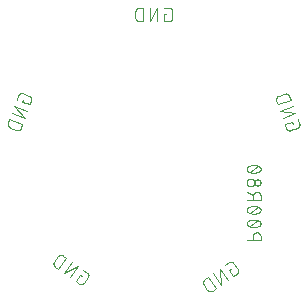
<source format=gbr>
G04 EAGLE Gerber RS-274X export*
G75*
%MOMM*%
%FSLAX34Y34*%
%LPD*%
%INSilkscreen Bottom*%
%IPPOS*%
%AMOC8*
5,1,8,0,0,1.08239X$1,22.5*%
G01*
%ADD10C,0.101600*%


D10*
X357094Y466149D02*
X355146Y466149D01*
X355146Y459658D01*
X359041Y459658D01*
X359140Y459660D01*
X359240Y459666D01*
X359339Y459675D01*
X359437Y459688D01*
X359535Y459705D01*
X359633Y459726D01*
X359729Y459751D01*
X359824Y459779D01*
X359918Y459811D01*
X360011Y459846D01*
X360103Y459885D01*
X360193Y459928D01*
X360281Y459973D01*
X360368Y460023D01*
X360452Y460075D01*
X360535Y460131D01*
X360615Y460189D01*
X360693Y460251D01*
X360768Y460316D01*
X360841Y460384D01*
X360911Y460454D01*
X360979Y460527D01*
X361044Y460602D01*
X361106Y460680D01*
X361164Y460760D01*
X361220Y460843D01*
X361272Y460927D01*
X361322Y461014D01*
X361367Y461102D01*
X361410Y461192D01*
X361449Y461284D01*
X361484Y461377D01*
X361516Y461471D01*
X361544Y461566D01*
X361569Y461662D01*
X361590Y461760D01*
X361607Y461858D01*
X361620Y461956D01*
X361629Y462055D01*
X361635Y462155D01*
X361637Y462254D01*
X361638Y462254D02*
X361638Y468746D01*
X361637Y468746D02*
X361635Y468845D01*
X361629Y468945D01*
X361620Y469044D01*
X361607Y469142D01*
X361590Y469240D01*
X361569Y469338D01*
X361544Y469434D01*
X361516Y469529D01*
X361484Y469623D01*
X361449Y469716D01*
X361410Y469808D01*
X361367Y469898D01*
X361322Y469986D01*
X361272Y470073D01*
X361220Y470157D01*
X361164Y470240D01*
X361106Y470320D01*
X361044Y470398D01*
X360979Y470473D01*
X360911Y470546D01*
X360841Y470616D01*
X360768Y470684D01*
X360693Y470749D01*
X360615Y470811D01*
X360535Y470869D01*
X360452Y470925D01*
X360368Y470977D01*
X360281Y471027D01*
X360193Y471072D01*
X360103Y471115D01*
X360011Y471154D01*
X359918Y471189D01*
X359824Y471221D01*
X359729Y471249D01*
X359633Y471274D01*
X359535Y471295D01*
X359437Y471312D01*
X359339Y471325D01*
X359240Y471334D01*
X359140Y471340D01*
X359041Y471342D01*
X355146Y471342D01*
X349446Y471342D02*
X349446Y459658D01*
X342954Y459658D02*
X349446Y471342D01*
X342954Y471342D02*
X342954Y459658D01*
X337254Y459658D02*
X337254Y471342D01*
X334008Y471342D01*
X333895Y471340D01*
X333782Y471334D01*
X333669Y471324D01*
X333556Y471310D01*
X333444Y471293D01*
X333333Y471271D01*
X333223Y471246D01*
X333113Y471216D01*
X333005Y471183D01*
X332898Y471146D01*
X332792Y471106D01*
X332688Y471061D01*
X332585Y471013D01*
X332484Y470962D01*
X332385Y470907D01*
X332288Y470849D01*
X332193Y470787D01*
X332100Y470722D01*
X332010Y470654D01*
X331922Y470583D01*
X331836Y470508D01*
X331753Y470431D01*
X331673Y470351D01*
X331596Y470268D01*
X331521Y470182D01*
X331450Y470094D01*
X331382Y470004D01*
X331317Y469911D01*
X331255Y469816D01*
X331197Y469719D01*
X331142Y469620D01*
X331091Y469519D01*
X331043Y469416D01*
X330998Y469312D01*
X330958Y469206D01*
X330921Y469099D01*
X330888Y468991D01*
X330858Y468881D01*
X330833Y468771D01*
X330811Y468660D01*
X330794Y468548D01*
X330780Y468435D01*
X330770Y468322D01*
X330764Y468209D01*
X330762Y468096D01*
X330762Y462904D01*
X330764Y462791D01*
X330770Y462678D01*
X330780Y462565D01*
X330794Y462452D01*
X330811Y462340D01*
X330833Y462229D01*
X330858Y462119D01*
X330888Y462009D01*
X330921Y461901D01*
X330958Y461794D01*
X330998Y461688D01*
X331043Y461584D01*
X331091Y461481D01*
X331142Y461380D01*
X331197Y461281D01*
X331255Y461184D01*
X331317Y461089D01*
X331382Y460996D01*
X331450Y460906D01*
X331521Y460818D01*
X331596Y460732D01*
X331673Y460649D01*
X331753Y460569D01*
X331836Y460492D01*
X331922Y460417D01*
X332010Y460346D01*
X332100Y460278D01*
X332193Y460213D01*
X332288Y460151D01*
X332385Y460093D01*
X332484Y460038D01*
X332585Y459987D01*
X332688Y459939D01*
X332792Y459894D01*
X332898Y459854D01*
X333005Y459817D01*
X333113Y459784D01*
X333223Y459754D01*
X333333Y459729D01*
X333444Y459707D01*
X333556Y459690D01*
X333669Y459676D01*
X333782Y459666D01*
X333895Y459660D01*
X334008Y459658D01*
X337254Y459658D01*
X463370Y374915D02*
X464036Y373085D01*
X463370Y374915D02*
X457270Y372695D01*
X458602Y369035D01*
X458603Y369035D02*
X458638Y368942D01*
X458678Y368851D01*
X458720Y368761D01*
X458767Y368673D01*
X458816Y368587D01*
X458869Y368503D01*
X458925Y368420D01*
X458984Y368340D01*
X459046Y368263D01*
X459111Y368188D01*
X459179Y368115D01*
X459250Y368045D01*
X459323Y367978D01*
X459399Y367913D01*
X459477Y367852D01*
X459558Y367793D01*
X459640Y367738D01*
X459725Y367686D01*
X459812Y367637D01*
X459900Y367592D01*
X459990Y367550D01*
X460082Y367511D01*
X460175Y367476D01*
X460269Y367445D01*
X460365Y367417D01*
X460461Y367393D01*
X460559Y367372D01*
X460657Y367356D01*
X460755Y367343D01*
X460854Y367334D01*
X460954Y367329D01*
X461053Y367327D01*
X461153Y367329D01*
X461252Y367335D01*
X461351Y367345D01*
X461449Y367359D01*
X461547Y367377D01*
X461644Y367398D01*
X461741Y367423D01*
X461836Y367451D01*
X461930Y367484D01*
X461930Y367483D02*
X468030Y369703D01*
X468030Y369704D02*
X468123Y369739D01*
X468214Y369779D01*
X468304Y369821D01*
X468392Y369868D01*
X468478Y369917D01*
X468562Y369970D01*
X468645Y370026D01*
X468725Y370085D01*
X468802Y370147D01*
X468877Y370212D01*
X468950Y370280D01*
X469020Y370351D01*
X469087Y370424D01*
X469152Y370500D01*
X469213Y370578D01*
X469272Y370659D01*
X469327Y370741D01*
X469379Y370826D01*
X469428Y370913D01*
X469473Y371001D01*
X469515Y371091D01*
X469554Y371183D01*
X469589Y371276D01*
X469620Y371370D01*
X469648Y371466D01*
X469672Y371562D01*
X469693Y371660D01*
X469709Y371758D01*
X469722Y371856D01*
X469731Y371955D01*
X469736Y372055D01*
X469738Y372154D01*
X469736Y372253D01*
X469730Y372353D01*
X469720Y372452D01*
X469706Y372550D01*
X469688Y372648D01*
X469667Y372745D01*
X469642Y372842D01*
X469614Y372937D01*
X469581Y373031D01*
X469582Y373031D02*
X468250Y376691D01*
X466300Y382048D02*
X455320Y378052D01*
X453100Y384152D02*
X466300Y382048D01*
X464080Y388148D02*
X453100Y384152D01*
X451151Y389509D02*
X462130Y393505D01*
X461020Y396555D01*
X460980Y396661D01*
X460935Y396765D01*
X460887Y396868D01*
X460836Y396969D01*
X460781Y397068D01*
X460723Y397165D01*
X460661Y397260D01*
X460596Y397353D01*
X460528Y397443D01*
X460457Y397531D01*
X460382Y397617D01*
X460305Y397700D01*
X460225Y397780D01*
X460142Y397857D01*
X460056Y397932D01*
X459968Y398003D01*
X459878Y398071D01*
X459785Y398136D01*
X459690Y398198D01*
X459593Y398256D01*
X459494Y398311D01*
X459393Y398362D01*
X459290Y398410D01*
X459186Y398455D01*
X459080Y398495D01*
X458973Y398532D01*
X458865Y398565D01*
X458755Y398595D01*
X458645Y398620D01*
X458534Y398642D01*
X458422Y398659D01*
X458309Y398673D01*
X458196Y398683D01*
X458083Y398689D01*
X457970Y398691D01*
X457857Y398689D01*
X457744Y398683D01*
X457631Y398673D01*
X457518Y398659D01*
X457406Y398642D01*
X457295Y398620D01*
X457185Y398595D01*
X457075Y398565D01*
X456967Y398532D01*
X456860Y398495D01*
X456860Y398494D02*
X451980Y396718D01*
X451980Y396719D02*
X451874Y396679D01*
X451770Y396634D01*
X451667Y396586D01*
X451566Y396535D01*
X451467Y396480D01*
X451370Y396422D01*
X451275Y396360D01*
X451182Y396295D01*
X451092Y396227D01*
X451004Y396156D01*
X450918Y396081D01*
X450835Y396004D01*
X450755Y395924D01*
X450678Y395841D01*
X450603Y395755D01*
X450532Y395667D01*
X450464Y395577D01*
X450399Y395484D01*
X450337Y395389D01*
X450279Y395292D01*
X450224Y395193D01*
X450173Y395092D01*
X450125Y394989D01*
X450080Y394885D01*
X450040Y394779D01*
X450003Y394672D01*
X449970Y394564D01*
X449940Y394454D01*
X449915Y394344D01*
X449893Y394233D01*
X449876Y394121D01*
X449862Y394008D01*
X449852Y393895D01*
X449846Y393782D01*
X449844Y393669D01*
X449846Y393556D01*
X449852Y393443D01*
X449862Y393330D01*
X449876Y393217D01*
X449893Y393105D01*
X449915Y392994D01*
X449940Y392884D01*
X449970Y392774D01*
X450003Y392666D01*
X450040Y392559D01*
X450041Y392559D02*
X451151Y389509D01*
X411389Y250384D02*
X409794Y249267D01*
X413517Y243950D01*
X416708Y246184D01*
X416707Y246184D02*
X416787Y246243D01*
X416865Y246305D01*
X416941Y246369D01*
X417014Y246437D01*
X417085Y246507D01*
X417152Y246580D01*
X417217Y246655D01*
X417279Y246733D01*
X417338Y246813D01*
X417394Y246895D01*
X417447Y246980D01*
X417496Y247066D01*
X417542Y247154D01*
X417585Y247244D01*
X417624Y247335D01*
X417659Y247428D01*
X417691Y247522D01*
X417720Y247618D01*
X417744Y247714D01*
X417765Y247811D01*
X417783Y247909D01*
X417796Y248008D01*
X417806Y248107D01*
X417812Y248206D01*
X417814Y248305D01*
X417812Y248405D01*
X417807Y248504D01*
X417797Y248603D01*
X417784Y248702D01*
X417768Y248800D01*
X417747Y248897D01*
X417723Y248994D01*
X417695Y249089D01*
X417663Y249183D01*
X417628Y249276D01*
X417589Y249368D01*
X417547Y249458D01*
X417501Y249546D01*
X417452Y249633D01*
X417400Y249717D01*
X417345Y249800D01*
X413622Y255117D01*
X413563Y255197D01*
X413501Y255275D01*
X413437Y255351D01*
X413369Y255424D01*
X413299Y255495D01*
X413226Y255562D01*
X413151Y255627D01*
X413073Y255689D01*
X412993Y255748D01*
X412911Y255804D01*
X412826Y255857D01*
X412740Y255906D01*
X412652Y255952D01*
X412562Y255995D01*
X412471Y256034D01*
X412378Y256069D01*
X412284Y256101D01*
X412188Y256130D01*
X412092Y256154D01*
X411995Y256175D01*
X411897Y256193D01*
X411798Y256206D01*
X411699Y256216D01*
X411600Y256222D01*
X411501Y256224D01*
X411401Y256222D01*
X411302Y256217D01*
X411203Y256208D01*
X411104Y256194D01*
X411006Y256178D01*
X410909Y256157D01*
X410812Y256133D01*
X410717Y256105D01*
X410623Y256073D01*
X410530Y256038D01*
X410438Y255999D01*
X410348Y255957D01*
X410260Y255911D01*
X410173Y255862D01*
X410089Y255810D01*
X410006Y255755D01*
X406816Y253521D01*
X402146Y250251D02*
X408847Y240680D01*
X403530Y236957D02*
X402146Y250251D01*
X396829Y246528D02*
X403530Y236957D01*
X398860Y233687D02*
X392159Y243258D01*
X389500Y241396D01*
X389500Y241397D02*
X389409Y241330D01*
X389319Y241261D01*
X389232Y241188D01*
X389148Y241112D01*
X389067Y241033D01*
X388988Y240952D01*
X388912Y240868D01*
X388839Y240781D01*
X388770Y240692D01*
X388703Y240600D01*
X388640Y240506D01*
X388580Y240410D01*
X388523Y240312D01*
X388470Y240212D01*
X388420Y240110D01*
X388374Y240006D01*
X388332Y239901D01*
X388293Y239795D01*
X388258Y239687D01*
X388227Y239578D01*
X388199Y239468D01*
X388176Y239357D01*
X388156Y239246D01*
X388140Y239134D01*
X388128Y239021D01*
X388120Y238908D01*
X388116Y238795D01*
X388116Y238681D01*
X388120Y238568D01*
X388128Y238455D01*
X388140Y238342D01*
X388156Y238230D01*
X388176Y238119D01*
X388199Y238008D01*
X388227Y237898D01*
X388258Y237789D01*
X388293Y237681D01*
X388332Y237575D01*
X388374Y237470D01*
X388420Y237366D01*
X388470Y237264D01*
X388523Y237164D01*
X388580Y237066D01*
X388640Y236970D01*
X388703Y236876D01*
X391682Y232622D01*
X391681Y232622D02*
X391748Y232531D01*
X391817Y232441D01*
X391890Y232354D01*
X391966Y232270D01*
X392045Y232189D01*
X392126Y232110D01*
X392210Y232034D01*
X392297Y231961D01*
X392387Y231892D01*
X392478Y231825D01*
X392572Y231762D01*
X392668Y231702D01*
X392766Y231645D01*
X392866Y231592D01*
X392968Y231542D01*
X393072Y231496D01*
X393177Y231454D01*
X393283Y231415D01*
X393391Y231380D01*
X393500Y231349D01*
X393610Y231321D01*
X393721Y231298D01*
X393832Y231278D01*
X393944Y231262D01*
X394057Y231250D01*
X394170Y231242D01*
X394283Y231238D01*
X394397Y231238D01*
X394510Y231242D01*
X394623Y231250D01*
X394736Y231262D01*
X394848Y231278D01*
X394959Y231298D01*
X395070Y231321D01*
X395180Y231349D01*
X395289Y231380D01*
X395397Y231415D01*
X395503Y231454D01*
X395608Y231496D01*
X395712Y231542D01*
X395814Y231592D01*
X395914Y231645D01*
X396012Y231702D01*
X396108Y231762D01*
X396202Y231825D01*
X398860Y233687D01*
X285396Y243983D02*
X283801Y245100D01*
X280078Y239783D01*
X283268Y237549D01*
X283351Y237494D01*
X283435Y237442D01*
X283522Y237393D01*
X283610Y237347D01*
X283700Y237305D01*
X283792Y237266D01*
X283885Y237231D01*
X283979Y237199D01*
X284074Y237171D01*
X284171Y237147D01*
X284268Y237126D01*
X284366Y237110D01*
X284465Y237096D01*
X284564Y237087D01*
X284663Y237082D01*
X284763Y237080D01*
X284862Y237082D01*
X284961Y237088D01*
X285060Y237098D01*
X285159Y237111D01*
X285257Y237129D01*
X285354Y237150D01*
X285450Y237174D01*
X285546Y237203D01*
X285640Y237235D01*
X285733Y237270D01*
X285824Y237309D01*
X285914Y237352D01*
X286002Y237398D01*
X286088Y237447D01*
X286173Y237500D01*
X286255Y237556D01*
X286335Y237615D01*
X286413Y237677D01*
X286488Y237742D01*
X286561Y237809D01*
X286631Y237880D01*
X286699Y237953D01*
X286763Y238029D01*
X286825Y238107D01*
X286884Y238187D01*
X290607Y243504D01*
X290662Y243587D01*
X290714Y243671D01*
X290763Y243758D01*
X290809Y243846D01*
X290851Y243936D01*
X290890Y244028D01*
X290925Y244121D01*
X290957Y244215D01*
X290985Y244310D01*
X291009Y244407D01*
X291030Y244504D01*
X291046Y244602D01*
X291060Y244701D01*
X291069Y244800D01*
X291074Y244899D01*
X291076Y244999D01*
X291074Y245098D01*
X291068Y245197D01*
X291058Y245296D01*
X291045Y245395D01*
X291027Y245493D01*
X291006Y245590D01*
X290982Y245686D01*
X290953Y245782D01*
X290921Y245876D01*
X290886Y245969D01*
X290847Y246060D01*
X290804Y246150D01*
X290758Y246238D01*
X290709Y246324D01*
X290656Y246409D01*
X290600Y246491D01*
X290541Y246571D01*
X290479Y246649D01*
X290414Y246724D01*
X290347Y246797D01*
X290276Y246867D01*
X290203Y246935D01*
X290127Y246999D01*
X290049Y247061D01*
X289969Y247120D01*
X289970Y247120D02*
X286779Y249354D01*
X282110Y252624D02*
X275408Y243053D01*
X270091Y246776D02*
X282110Y252624D01*
X276792Y256347D02*
X270091Y246776D01*
X265421Y250046D02*
X272122Y259617D01*
X269464Y261478D01*
X269464Y261479D02*
X269370Y261542D01*
X269274Y261602D01*
X269176Y261659D01*
X269076Y261712D01*
X268974Y261762D01*
X268870Y261808D01*
X268765Y261850D01*
X268659Y261889D01*
X268551Y261924D01*
X268442Y261955D01*
X268332Y261983D01*
X268221Y262006D01*
X268110Y262026D01*
X267998Y262042D01*
X267885Y262054D01*
X267772Y262062D01*
X267659Y262066D01*
X267545Y262066D01*
X267432Y262062D01*
X267319Y262054D01*
X267206Y262042D01*
X267094Y262026D01*
X266983Y262006D01*
X266872Y261983D01*
X266762Y261955D01*
X266653Y261924D01*
X266545Y261889D01*
X266439Y261850D01*
X266334Y261808D01*
X266230Y261762D01*
X266128Y261712D01*
X266028Y261659D01*
X265930Y261602D01*
X265834Y261542D01*
X265740Y261479D01*
X265649Y261412D01*
X265559Y261343D01*
X265472Y261270D01*
X265388Y261194D01*
X265307Y261115D01*
X265228Y261034D01*
X265152Y260950D01*
X265079Y260863D01*
X265010Y260774D01*
X264943Y260682D01*
X264944Y260681D02*
X261965Y256428D01*
X261902Y256334D01*
X261842Y256238D01*
X261785Y256140D01*
X261732Y256040D01*
X261682Y255938D01*
X261636Y255834D01*
X261594Y255729D01*
X261555Y255623D01*
X261520Y255515D01*
X261489Y255406D01*
X261461Y255296D01*
X261438Y255185D01*
X261418Y255074D01*
X261402Y254962D01*
X261390Y254849D01*
X261382Y254736D01*
X261378Y254623D01*
X261378Y254509D01*
X261382Y254396D01*
X261390Y254283D01*
X261402Y254170D01*
X261418Y254058D01*
X261438Y253947D01*
X261461Y253836D01*
X261489Y253726D01*
X261520Y253617D01*
X261555Y253509D01*
X261594Y253403D01*
X261636Y253298D01*
X261682Y253194D01*
X261732Y253092D01*
X261785Y252992D01*
X261842Y252894D01*
X261902Y252798D01*
X261965Y252704D01*
X262032Y252612D01*
X262101Y252523D01*
X262174Y252436D01*
X262250Y252352D01*
X262329Y252271D01*
X262410Y252192D01*
X262494Y252116D01*
X262581Y252043D01*
X262671Y251974D01*
X262762Y251907D01*
X265421Y250046D01*
X235150Y391729D02*
X235816Y393559D01*
X235150Y391729D02*
X241250Y389509D01*
X242582Y393169D01*
X242581Y393169D02*
X242614Y393263D01*
X242642Y393358D01*
X242667Y393455D01*
X242688Y393552D01*
X242706Y393650D01*
X242720Y393748D01*
X242730Y393847D01*
X242736Y393947D01*
X242738Y394046D01*
X242736Y394145D01*
X242731Y394245D01*
X242722Y394344D01*
X242709Y394442D01*
X242693Y394540D01*
X242672Y394638D01*
X242648Y394734D01*
X242620Y394830D01*
X242589Y394924D01*
X242554Y395017D01*
X242515Y395109D01*
X242473Y395199D01*
X242428Y395287D01*
X242379Y395374D01*
X242327Y395459D01*
X242272Y395541D01*
X242213Y395622D01*
X242152Y395700D01*
X242087Y395776D01*
X242020Y395849D01*
X241950Y395920D01*
X241877Y395988D01*
X241802Y396053D01*
X241725Y396115D01*
X241645Y396174D01*
X241562Y396230D01*
X241478Y396283D01*
X241392Y396332D01*
X241304Y396379D01*
X241214Y396421D01*
X241123Y396461D01*
X241030Y396496D01*
X234930Y398716D01*
X234930Y398717D02*
X234836Y398750D01*
X234741Y398778D01*
X234644Y398803D01*
X234547Y398824D01*
X234449Y398842D01*
X234351Y398856D01*
X234252Y398866D01*
X234153Y398872D01*
X234053Y398874D01*
X233954Y398872D01*
X233854Y398867D01*
X233755Y398858D01*
X233657Y398845D01*
X233558Y398829D01*
X233461Y398808D01*
X233365Y398784D01*
X233269Y398756D01*
X233175Y398725D01*
X233081Y398690D01*
X232990Y398651D01*
X232900Y398609D01*
X232811Y398564D01*
X232724Y398515D01*
X232640Y398463D01*
X232557Y398408D01*
X232476Y398349D01*
X232398Y398288D01*
X232322Y398223D01*
X232249Y398156D01*
X232179Y398086D01*
X232111Y398013D01*
X232046Y397938D01*
X231983Y397860D01*
X231924Y397780D01*
X231868Y397698D01*
X231815Y397614D01*
X231766Y397527D01*
X231720Y397439D01*
X231677Y397349D01*
X231637Y397258D01*
X231602Y397165D01*
X230270Y393505D01*
X228320Y388148D02*
X239300Y384152D01*
X237080Y378052D02*
X228320Y388148D01*
X226100Y382048D02*
X237080Y378052D01*
X235130Y372695D02*
X224151Y376691D01*
X223041Y373641D01*
X223040Y373641D02*
X223003Y373534D01*
X222970Y373426D01*
X222940Y373316D01*
X222915Y373206D01*
X222893Y373095D01*
X222876Y372983D01*
X222862Y372870D01*
X222852Y372757D01*
X222846Y372644D01*
X222844Y372531D01*
X222846Y372418D01*
X222852Y372305D01*
X222862Y372192D01*
X222876Y372079D01*
X222893Y371967D01*
X222915Y371856D01*
X222940Y371746D01*
X222970Y371636D01*
X223003Y371528D01*
X223040Y371421D01*
X223080Y371315D01*
X223125Y371211D01*
X223173Y371108D01*
X223224Y371007D01*
X223279Y370908D01*
X223337Y370811D01*
X223399Y370716D01*
X223464Y370623D01*
X223532Y370533D01*
X223603Y370445D01*
X223678Y370359D01*
X223755Y370276D01*
X223835Y370196D01*
X223918Y370119D01*
X224004Y370044D01*
X224092Y369973D01*
X224182Y369905D01*
X224275Y369840D01*
X224370Y369778D01*
X224467Y369720D01*
X224566Y369665D01*
X224667Y369614D01*
X224770Y369566D01*
X224874Y369521D01*
X224980Y369481D01*
X229860Y367705D01*
X229860Y367706D02*
X229967Y367669D01*
X230076Y367636D01*
X230185Y367606D01*
X230295Y367581D01*
X230407Y367559D01*
X230518Y367542D01*
X230631Y367528D01*
X230744Y367518D01*
X230857Y367512D01*
X230970Y367510D01*
X231083Y367512D01*
X231196Y367518D01*
X231309Y367528D01*
X231422Y367542D01*
X231534Y367559D01*
X231645Y367581D01*
X231755Y367606D01*
X231864Y367636D01*
X231973Y367669D01*
X232080Y367706D01*
X232186Y367746D01*
X232290Y367791D01*
X232393Y367838D01*
X232493Y367890D01*
X232593Y367945D01*
X232690Y368003D01*
X232785Y368065D01*
X232877Y368130D01*
X232968Y368198D01*
X233056Y368269D01*
X233141Y368344D01*
X233224Y368421D01*
X233304Y368501D01*
X233382Y368584D01*
X233456Y368669D01*
X233527Y368757D01*
X233595Y368848D01*
X233660Y368940D01*
X233722Y369035D01*
X233780Y369133D01*
X233835Y369232D01*
X233887Y369333D01*
X233934Y369435D01*
X233979Y369539D01*
X234019Y369645D01*
X234020Y369645D02*
X235130Y372695D01*
X425061Y274588D02*
X436745Y274588D01*
X436745Y277834D01*
X436746Y277834D02*
X436744Y277947D01*
X436738Y278060D01*
X436728Y278173D01*
X436714Y278286D01*
X436697Y278398D01*
X436675Y278509D01*
X436650Y278619D01*
X436620Y278729D01*
X436587Y278837D01*
X436550Y278944D01*
X436510Y279050D01*
X436465Y279154D01*
X436417Y279257D01*
X436366Y279358D01*
X436311Y279457D01*
X436253Y279554D01*
X436191Y279649D01*
X436126Y279742D01*
X436058Y279832D01*
X435987Y279920D01*
X435912Y280006D01*
X435835Y280089D01*
X435755Y280169D01*
X435672Y280246D01*
X435586Y280321D01*
X435498Y280392D01*
X435408Y280460D01*
X435315Y280525D01*
X435220Y280587D01*
X435123Y280645D01*
X435024Y280700D01*
X434923Y280751D01*
X434820Y280799D01*
X434716Y280844D01*
X434610Y280884D01*
X434503Y280921D01*
X434395Y280954D01*
X434285Y280984D01*
X434175Y281009D01*
X434064Y281031D01*
X433952Y281048D01*
X433839Y281062D01*
X433726Y281072D01*
X433613Y281078D01*
X433500Y281080D01*
X433387Y281078D01*
X433274Y281072D01*
X433161Y281062D01*
X433048Y281048D01*
X432936Y281031D01*
X432825Y281009D01*
X432715Y280984D01*
X432605Y280954D01*
X432497Y280921D01*
X432390Y280884D01*
X432284Y280844D01*
X432180Y280799D01*
X432077Y280751D01*
X431976Y280700D01*
X431877Y280645D01*
X431780Y280587D01*
X431685Y280525D01*
X431592Y280460D01*
X431502Y280392D01*
X431414Y280321D01*
X431328Y280246D01*
X431245Y280169D01*
X431165Y280089D01*
X431088Y280006D01*
X431013Y279920D01*
X430942Y279832D01*
X430874Y279742D01*
X430809Y279649D01*
X430747Y279554D01*
X430689Y279457D01*
X430634Y279358D01*
X430583Y279257D01*
X430535Y279154D01*
X430490Y279050D01*
X430450Y278944D01*
X430413Y278837D01*
X430380Y278729D01*
X430350Y278619D01*
X430325Y278509D01*
X430303Y278398D01*
X430286Y278286D01*
X430272Y278173D01*
X430262Y278060D01*
X430256Y277947D01*
X430254Y277834D01*
X430254Y274588D01*
X430903Y285468D02*
X431133Y285471D01*
X431363Y285479D01*
X431592Y285493D01*
X431821Y285512D01*
X432050Y285537D01*
X432277Y285567D01*
X432505Y285602D01*
X432731Y285643D01*
X432956Y285689D01*
X433180Y285741D01*
X433402Y285798D01*
X433624Y285860D01*
X433843Y285928D01*
X434061Y286001D01*
X434278Y286079D01*
X434492Y286162D01*
X434704Y286250D01*
X434914Y286343D01*
X435122Y286442D01*
X435123Y286441D02*
X435213Y286474D01*
X435302Y286510D01*
X435390Y286550D01*
X435475Y286594D01*
X435559Y286641D01*
X435641Y286691D01*
X435721Y286745D01*
X435798Y286801D01*
X435874Y286861D01*
X435947Y286924D01*
X436017Y286989D01*
X436085Y287058D01*
X436149Y287129D01*
X436211Y287202D01*
X436270Y287278D01*
X436326Y287356D01*
X436379Y287437D01*
X436428Y287519D01*
X436474Y287603D01*
X436517Y287690D01*
X436556Y287777D01*
X436592Y287867D01*
X436624Y287957D01*
X436652Y288049D01*
X436677Y288142D01*
X436698Y288236D01*
X436715Y288330D01*
X436729Y288425D01*
X436738Y288521D01*
X436744Y288617D01*
X436746Y288713D01*
X436744Y288809D01*
X436738Y288905D01*
X436729Y289001D01*
X436715Y289096D01*
X436698Y289190D01*
X436677Y289284D01*
X436652Y289377D01*
X436624Y289469D01*
X436592Y289559D01*
X436556Y289649D01*
X436517Y289736D01*
X436474Y289823D01*
X436428Y289907D01*
X436379Y289989D01*
X436326Y290070D01*
X436270Y290148D01*
X436211Y290224D01*
X436149Y290297D01*
X436085Y290368D01*
X436017Y290437D01*
X435947Y290502D01*
X435874Y290565D01*
X435798Y290625D01*
X435721Y290681D01*
X435641Y290735D01*
X435559Y290785D01*
X435475Y290832D01*
X435390Y290876D01*
X435302Y290916D01*
X435213Y290952D01*
X435123Y290985D01*
X435122Y290985D02*
X434915Y291084D01*
X434705Y291177D01*
X434492Y291265D01*
X434278Y291348D01*
X434062Y291426D01*
X433844Y291499D01*
X433624Y291567D01*
X433403Y291629D01*
X433180Y291686D01*
X432956Y291738D01*
X432731Y291784D01*
X432505Y291825D01*
X432278Y291860D01*
X432050Y291890D01*
X431821Y291915D01*
X431592Y291934D01*
X431363Y291948D01*
X431133Y291956D01*
X430903Y291959D01*
X430903Y285468D02*
X430673Y285471D01*
X430443Y285479D01*
X430214Y285493D01*
X429985Y285512D01*
X429756Y285537D01*
X429528Y285567D01*
X429301Y285602D01*
X429075Y285643D01*
X428850Y285689D01*
X428626Y285741D01*
X428403Y285798D01*
X428182Y285860D01*
X427962Y285928D01*
X427744Y286001D01*
X427528Y286079D01*
X427314Y286162D01*
X427102Y286250D01*
X426891Y286343D01*
X426684Y286442D01*
X426684Y286441D02*
X426594Y286474D01*
X426505Y286510D01*
X426417Y286551D01*
X426332Y286594D01*
X426248Y286641D01*
X426166Y286691D01*
X426086Y286745D01*
X426009Y286801D01*
X425933Y286861D01*
X425860Y286924D01*
X425790Y286989D01*
X425722Y287058D01*
X425658Y287129D01*
X425596Y287202D01*
X425537Y287278D01*
X425481Y287356D01*
X425428Y287437D01*
X425379Y287519D01*
X425333Y287603D01*
X425290Y287690D01*
X425251Y287777D01*
X425215Y287867D01*
X425183Y287957D01*
X425155Y288049D01*
X425130Y288142D01*
X425109Y288236D01*
X425092Y288330D01*
X425078Y288425D01*
X425069Y288521D01*
X425063Y288617D01*
X425061Y288713D01*
X426684Y290985D02*
X426891Y291084D01*
X427102Y291177D01*
X427314Y291265D01*
X427528Y291348D01*
X427744Y291426D01*
X427962Y291499D01*
X428182Y291567D01*
X428403Y291629D01*
X428626Y291686D01*
X428850Y291738D01*
X429075Y291784D01*
X429301Y291825D01*
X429528Y291860D01*
X429756Y291890D01*
X429985Y291915D01*
X430214Y291934D01*
X430443Y291948D01*
X430673Y291956D01*
X430903Y291959D01*
X426684Y290985D02*
X426594Y290952D01*
X426505Y290916D01*
X426417Y290876D01*
X426332Y290832D01*
X426248Y290785D01*
X426166Y290735D01*
X426086Y290681D01*
X426009Y290625D01*
X425933Y290565D01*
X425860Y290502D01*
X425790Y290437D01*
X425722Y290368D01*
X425658Y290297D01*
X425596Y290224D01*
X425537Y290148D01*
X425481Y290070D01*
X425428Y289989D01*
X425379Y289907D01*
X425333Y289823D01*
X425290Y289736D01*
X425251Y289649D01*
X425215Y289559D01*
X425183Y289469D01*
X425155Y289377D01*
X425130Y289284D01*
X425109Y289190D01*
X425092Y289096D01*
X425078Y289001D01*
X425069Y288905D01*
X425063Y288809D01*
X425061Y288713D01*
X427658Y286117D02*
X434149Y291310D01*
X430903Y296898D02*
X431133Y296901D01*
X431363Y296909D01*
X431592Y296923D01*
X431821Y296942D01*
X432050Y296967D01*
X432277Y296997D01*
X432505Y297032D01*
X432731Y297073D01*
X432956Y297119D01*
X433180Y297171D01*
X433402Y297228D01*
X433624Y297290D01*
X433843Y297358D01*
X434061Y297431D01*
X434278Y297509D01*
X434492Y297592D01*
X434704Y297680D01*
X434914Y297773D01*
X435122Y297872D01*
X435123Y297871D02*
X435213Y297904D01*
X435302Y297940D01*
X435390Y297980D01*
X435475Y298024D01*
X435559Y298071D01*
X435641Y298121D01*
X435721Y298175D01*
X435798Y298231D01*
X435874Y298291D01*
X435947Y298354D01*
X436017Y298419D01*
X436085Y298488D01*
X436149Y298559D01*
X436211Y298632D01*
X436270Y298708D01*
X436326Y298786D01*
X436379Y298867D01*
X436428Y298949D01*
X436474Y299033D01*
X436517Y299120D01*
X436556Y299207D01*
X436592Y299297D01*
X436624Y299387D01*
X436652Y299479D01*
X436677Y299572D01*
X436698Y299666D01*
X436715Y299760D01*
X436729Y299855D01*
X436738Y299951D01*
X436744Y300047D01*
X436746Y300143D01*
X436744Y300239D01*
X436738Y300335D01*
X436729Y300431D01*
X436715Y300526D01*
X436698Y300620D01*
X436677Y300714D01*
X436652Y300807D01*
X436624Y300899D01*
X436592Y300989D01*
X436556Y301079D01*
X436517Y301166D01*
X436474Y301253D01*
X436428Y301337D01*
X436379Y301419D01*
X436326Y301500D01*
X436270Y301578D01*
X436211Y301654D01*
X436149Y301727D01*
X436085Y301798D01*
X436017Y301867D01*
X435947Y301932D01*
X435874Y301995D01*
X435798Y302055D01*
X435721Y302111D01*
X435641Y302165D01*
X435559Y302215D01*
X435475Y302262D01*
X435390Y302306D01*
X435302Y302346D01*
X435213Y302382D01*
X435123Y302415D01*
X435122Y302415D02*
X434915Y302514D01*
X434705Y302607D01*
X434492Y302695D01*
X434278Y302778D01*
X434062Y302856D01*
X433844Y302929D01*
X433624Y302997D01*
X433403Y303059D01*
X433180Y303116D01*
X432956Y303168D01*
X432731Y303214D01*
X432505Y303255D01*
X432278Y303290D01*
X432050Y303320D01*
X431821Y303345D01*
X431592Y303364D01*
X431363Y303378D01*
X431133Y303386D01*
X430903Y303389D01*
X430903Y296897D02*
X430673Y296900D01*
X430443Y296908D01*
X430214Y296922D01*
X429985Y296941D01*
X429756Y296966D01*
X429528Y296996D01*
X429301Y297031D01*
X429075Y297072D01*
X428850Y297118D01*
X428626Y297170D01*
X428403Y297227D01*
X428182Y297289D01*
X427962Y297357D01*
X427744Y297430D01*
X427528Y297508D01*
X427314Y297591D01*
X427102Y297679D01*
X426891Y297772D01*
X426684Y297871D01*
X426594Y297904D01*
X426505Y297940D01*
X426417Y297981D01*
X426332Y298024D01*
X426248Y298071D01*
X426166Y298121D01*
X426086Y298175D01*
X426009Y298231D01*
X425933Y298291D01*
X425860Y298354D01*
X425790Y298419D01*
X425722Y298488D01*
X425658Y298559D01*
X425596Y298632D01*
X425537Y298708D01*
X425481Y298786D01*
X425428Y298867D01*
X425379Y298949D01*
X425333Y299033D01*
X425290Y299120D01*
X425251Y299207D01*
X425215Y299297D01*
X425183Y299387D01*
X425155Y299479D01*
X425130Y299572D01*
X425109Y299666D01*
X425092Y299760D01*
X425078Y299855D01*
X425069Y299951D01*
X425063Y300047D01*
X425061Y300143D01*
X426684Y302415D02*
X426891Y302514D01*
X427102Y302607D01*
X427314Y302695D01*
X427528Y302778D01*
X427744Y302856D01*
X427962Y302929D01*
X428182Y302997D01*
X428403Y303059D01*
X428626Y303116D01*
X428850Y303168D01*
X429075Y303214D01*
X429301Y303255D01*
X429528Y303290D01*
X429756Y303320D01*
X429985Y303345D01*
X430214Y303364D01*
X430443Y303378D01*
X430673Y303386D01*
X430903Y303389D01*
X426684Y302415D02*
X426594Y302382D01*
X426505Y302346D01*
X426417Y302306D01*
X426332Y302262D01*
X426248Y302215D01*
X426166Y302165D01*
X426086Y302111D01*
X426009Y302055D01*
X425933Y301995D01*
X425860Y301932D01*
X425790Y301867D01*
X425722Y301798D01*
X425658Y301727D01*
X425596Y301654D01*
X425537Y301578D01*
X425481Y301500D01*
X425428Y301419D01*
X425379Y301337D01*
X425333Y301253D01*
X425290Y301166D01*
X425251Y301079D01*
X425215Y300989D01*
X425183Y300899D01*
X425155Y300807D01*
X425130Y300714D01*
X425109Y300620D01*
X425092Y300526D01*
X425078Y300431D01*
X425069Y300335D01*
X425063Y300239D01*
X425061Y300143D01*
X427658Y297547D02*
X434149Y302740D01*
X436745Y308782D02*
X425061Y308782D01*
X436745Y308782D02*
X436745Y312028D01*
X436746Y312028D02*
X436744Y312141D01*
X436738Y312254D01*
X436728Y312367D01*
X436714Y312480D01*
X436697Y312592D01*
X436675Y312703D01*
X436650Y312813D01*
X436620Y312923D01*
X436587Y313031D01*
X436550Y313138D01*
X436510Y313244D01*
X436465Y313348D01*
X436417Y313451D01*
X436366Y313552D01*
X436311Y313651D01*
X436253Y313748D01*
X436191Y313843D01*
X436126Y313936D01*
X436058Y314026D01*
X435987Y314114D01*
X435912Y314200D01*
X435835Y314283D01*
X435755Y314363D01*
X435672Y314440D01*
X435586Y314515D01*
X435498Y314586D01*
X435408Y314654D01*
X435315Y314719D01*
X435220Y314781D01*
X435123Y314839D01*
X435024Y314894D01*
X434923Y314945D01*
X434820Y314993D01*
X434716Y315038D01*
X434610Y315078D01*
X434503Y315115D01*
X434395Y315148D01*
X434285Y315178D01*
X434175Y315203D01*
X434064Y315225D01*
X433952Y315242D01*
X433839Y315256D01*
X433726Y315266D01*
X433613Y315272D01*
X433500Y315274D01*
X433387Y315272D01*
X433274Y315266D01*
X433161Y315256D01*
X433048Y315242D01*
X432936Y315225D01*
X432825Y315203D01*
X432715Y315178D01*
X432605Y315148D01*
X432497Y315115D01*
X432390Y315078D01*
X432284Y315038D01*
X432180Y314993D01*
X432077Y314945D01*
X431976Y314894D01*
X431877Y314839D01*
X431780Y314781D01*
X431685Y314719D01*
X431592Y314654D01*
X431502Y314586D01*
X431414Y314515D01*
X431328Y314440D01*
X431245Y314363D01*
X431165Y314283D01*
X431088Y314200D01*
X431013Y314114D01*
X430942Y314026D01*
X430874Y313936D01*
X430809Y313843D01*
X430747Y313748D01*
X430689Y313651D01*
X430634Y313552D01*
X430583Y313451D01*
X430535Y313348D01*
X430490Y313244D01*
X430450Y313138D01*
X430413Y313031D01*
X430380Y312923D01*
X430350Y312813D01*
X430325Y312703D01*
X430303Y312592D01*
X430286Y312480D01*
X430272Y312367D01*
X430262Y312254D01*
X430256Y312141D01*
X430254Y312028D01*
X430254Y308782D01*
X430254Y312677D02*
X425061Y315273D01*
X428307Y320138D02*
X428420Y320140D01*
X428533Y320146D01*
X428646Y320156D01*
X428759Y320170D01*
X428871Y320187D01*
X428982Y320209D01*
X429092Y320234D01*
X429202Y320264D01*
X429310Y320297D01*
X429417Y320334D01*
X429523Y320374D01*
X429627Y320419D01*
X429730Y320467D01*
X429831Y320518D01*
X429930Y320573D01*
X430027Y320631D01*
X430122Y320693D01*
X430215Y320758D01*
X430305Y320826D01*
X430393Y320897D01*
X430479Y320972D01*
X430562Y321049D01*
X430642Y321129D01*
X430719Y321212D01*
X430794Y321298D01*
X430865Y321386D01*
X430933Y321476D01*
X430998Y321569D01*
X431060Y321664D01*
X431118Y321761D01*
X431173Y321860D01*
X431224Y321961D01*
X431272Y322064D01*
X431317Y322168D01*
X431357Y322274D01*
X431394Y322381D01*
X431427Y322489D01*
X431457Y322599D01*
X431482Y322709D01*
X431504Y322820D01*
X431521Y322932D01*
X431535Y323045D01*
X431545Y323158D01*
X431551Y323271D01*
X431553Y323384D01*
X431551Y323497D01*
X431545Y323610D01*
X431535Y323723D01*
X431521Y323836D01*
X431504Y323948D01*
X431482Y324059D01*
X431457Y324169D01*
X431427Y324279D01*
X431394Y324387D01*
X431357Y324494D01*
X431317Y324600D01*
X431272Y324704D01*
X431224Y324807D01*
X431173Y324908D01*
X431118Y325007D01*
X431060Y325104D01*
X430998Y325199D01*
X430933Y325292D01*
X430865Y325382D01*
X430794Y325470D01*
X430719Y325556D01*
X430642Y325639D01*
X430562Y325719D01*
X430479Y325796D01*
X430393Y325871D01*
X430305Y325942D01*
X430215Y326010D01*
X430122Y326075D01*
X430027Y326137D01*
X429930Y326195D01*
X429831Y326250D01*
X429730Y326301D01*
X429627Y326349D01*
X429523Y326394D01*
X429417Y326434D01*
X429310Y326471D01*
X429202Y326504D01*
X429092Y326534D01*
X428982Y326559D01*
X428871Y326581D01*
X428759Y326598D01*
X428646Y326612D01*
X428533Y326622D01*
X428420Y326628D01*
X428307Y326630D01*
X428194Y326628D01*
X428081Y326622D01*
X427968Y326612D01*
X427855Y326598D01*
X427743Y326581D01*
X427632Y326559D01*
X427522Y326534D01*
X427412Y326504D01*
X427304Y326471D01*
X427197Y326434D01*
X427091Y326394D01*
X426987Y326349D01*
X426884Y326301D01*
X426783Y326250D01*
X426684Y326195D01*
X426587Y326137D01*
X426492Y326075D01*
X426399Y326010D01*
X426309Y325942D01*
X426221Y325871D01*
X426135Y325796D01*
X426052Y325719D01*
X425972Y325639D01*
X425895Y325556D01*
X425820Y325470D01*
X425749Y325382D01*
X425681Y325292D01*
X425616Y325199D01*
X425554Y325104D01*
X425496Y325007D01*
X425441Y324908D01*
X425390Y324807D01*
X425342Y324704D01*
X425297Y324600D01*
X425257Y324494D01*
X425220Y324387D01*
X425187Y324279D01*
X425157Y324169D01*
X425132Y324059D01*
X425110Y323948D01*
X425093Y323836D01*
X425079Y323723D01*
X425069Y323610D01*
X425063Y323497D01*
X425061Y323384D01*
X425063Y323271D01*
X425069Y323158D01*
X425079Y323045D01*
X425093Y322932D01*
X425110Y322820D01*
X425132Y322709D01*
X425157Y322599D01*
X425187Y322489D01*
X425220Y322381D01*
X425257Y322274D01*
X425297Y322168D01*
X425342Y322064D01*
X425390Y321961D01*
X425441Y321860D01*
X425496Y321761D01*
X425554Y321664D01*
X425616Y321569D01*
X425681Y321476D01*
X425749Y321386D01*
X425820Y321298D01*
X425895Y321212D01*
X425972Y321129D01*
X426052Y321049D01*
X426135Y320972D01*
X426221Y320897D01*
X426309Y320826D01*
X426399Y320758D01*
X426492Y320693D01*
X426587Y320631D01*
X426684Y320573D01*
X426783Y320518D01*
X426884Y320467D01*
X426987Y320419D01*
X427091Y320374D01*
X427197Y320334D01*
X427304Y320297D01*
X427412Y320264D01*
X427522Y320234D01*
X427632Y320209D01*
X427743Y320187D01*
X427855Y320170D01*
X427968Y320156D01*
X428081Y320146D01*
X428194Y320140D01*
X428307Y320138D01*
X434149Y320788D02*
X434250Y320790D01*
X434350Y320796D01*
X434450Y320806D01*
X434550Y320819D01*
X434649Y320837D01*
X434748Y320858D01*
X434845Y320883D01*
X434942Y320912D01*
X435037Y320945D01*
X435131Y320981D01*
X435223Y321021D01*
X435314Y321064D01*
X435403Y321111D01*
X435490Y321161D01*
X435576Y321215D01*
X435659Y321272D01*
X435739Y321332D01*
X435818Y321395D01*
X435894Y321462D01*
X435967Y321531D01*
X436037Y321603D01*
X436105Y321677D01*
X436170Y321754D01*
X436231Y321834D01*
X436290Y321916D01*
X436345Y322000D01*
X436397Y322086D01*
X436446Y322174D01*
X436491Y322264D01*
X436533Y322356D01*
X436571Y322449D01*
X436605Y322544D01*
X436636Y322639D01*
X436663Y322736D01*
X436686Y322834D01*
X436706Y322933D01*
X436721Y323033D01*
X436733Y323133D01*
X436741Y323233D01*
X436745Y323334D01*
X436745Y323434D01*
X436741Y323535D01*
X436733Y323635D01*
X436721Y323735D01*
X436706Y323835D01*
X436686Y323934D01*
X436663Y324032D01*
X436636Y324129D01*
X436605Y324224D01*
X436571Y324319D01*
X436533Y324412D01*
X436491Y324504D01*
X436446Y324594D01*
X436397Y324682D01*
X436345Y324768D01*
X436290Y324852D01*
X436231Y324934D01*
X436170Y325014D01*
X436105Y325091D01*
X436037Y325165D01*
X435967Y325237D01*
X435894Y325306D01*
X435818Y325373D01*
X435739Y325436D01*
X435659Y325496D01*
X435576Y325553D01*
X435490Y325607D01*
X435403Y325657D01*
X435314Y325704D01*
X435223Y325747D01*
X435131Y325787D01*
X435037Y325823D01*
X434942Y325856D01*
X434845Y325885D01*
X434748Y325910D01*
X434649Y325931D01*
X434550Y325949D01*
X434450Y325962D01*
X434350Y325972D01*
X434250Y325978D01*
X434149Y325980D01*
X434048Y325978D01*
X433948Y325972D01*
X433848Y325962D01*
X433748Y325949D01*
X433649Y325931D01*
X433550Y325910D01*
X433453Y325885D01*
X433356Y325856D01*
X433261Y325823D01*
X433167Y325787D01*
X433075Y325747D01*
X432984Y325704D01*
X432895Y325657D01*
X432808Y325607D01*
X432722Y325553D01*
X432639Y325496D01*
X432559Y325436D01*
X432480Y325373D01*
X432404Y325306D01*
X432331Y325237D01*
X432261Y325165D01*
X432193Y325091D01*
X432128Y325014D01*
X432067Y324934D01*
X432008Y324852D01*
X431953Y324768D01*
X431901Y324682D01*
X431852Y324594D01*
X431807Y324504D01*
X431765Y324412D01*
X431727Y324319D01*
X431693Y324224D01*
X431662Y324129D01*
X431635Y324032D01*
X431612Y323934D01*
X431592Y323835D01*
X431577Y323735D01*
X431565Y323635D01*
X431557Y323535D01*
X431553Y323434D01*
X431553Y323334D01*
X431557Y323233D01*
X431565Y323133D01*
X431577Y323033D01*
X431592Y322933D01*
X431612Y322834D01*
X431635Y322736D01*
X431662Y322639D01*
X431693Y322544D01*
X431727Y322449D01*
X431765Y322356D01*
X431807Y322264D01*
X431852Y322174D01*
X431901Y322086D01*
X431953Y322000D01*
X432008Y321916D01*
X432067Y321834D01*
X432128Y321754D01*
X432193Y321677D01*
X432261Y321603D01*
X432331Y321531D01*
X432404Y321462D01*
X432480Y321395D01*
X432559Y321332D01*
X432639Y321272D01*
X432722Y321215D01*
X432808Y321161D01*
X432895Y321111D01*
X432984Y321064D01*
X433075Y321021D01*
X433167Y320981D01*
X433261Y320945D01*
X433356Y320912D01*
X433453Y320883D01*
X433550Y320858D01*
X433649Y320837D01*
X433748Y320819D01*
X433848Y320806D01*
X433948Y320796D01*
X434048Y320790D01*
X434149Y320788D01*
X430903Y331569D02*
X431133Y331572D01*
X431363Y331580D01*
X431592Y331594D01*
X431821Y331613D01*
X432050Y331638D01*
X432277Y331668D01*
X432505Y331703D01*
X432731Y331744D01*
X432956Y331790D01*
X433180Y331842D01*
X433402Y331899D01*
X433624Y331961D01*
X433843Y332029D01*
X434061Y332102D01*
X434278Y332180D01*
X434492Y332263D01*
X434704Y332351D01*
X434914Y332444D01*
X435122Y332543D01*
X435123Y332542D02*
X435213Y332575D01*
X435302Y332611D01*
X435390Y332651D01*
X435475Y332695D01*
X435559Y332742D01*
X435641Y332792D01*
X435721Y332846D01*
X435798Y332902D01*
X435874Y332962D01*
X435947Y333025D01*
X436017Y333090D01*
X436085Y333159D01*
X436149Y333230D01*
X436211Y333303D01*
X436270Y333379D01*
X436326Y333457D01*
X436379Y333538D01*
X436428Y333620D01*
X436474Y333704D01*
X436517Y333791D01*
X436556Y333878D01*
X436592Y333968D01*
X436624Y334058D01*
X436652Y334150D01*
X436677Y334243D01*
X436698Y334337D01*
X436715Y334431D01*
X436729Y334526D01*
X436738Y334622D01*
X436744Y334718D01*
X436746Y334814D01*
X436744Y334910D01*
X436738Y335006D01*
X436729Y335102D01*
X436715Y335197D01*
X436698Y335291D01*
X436677Y335385D01*
X436652Y335478D01*
X436624Y335570D01*
X436592Y335660D01*
X436556Y335750D01*
X436517Y335837D01*
X436474Y335924D01*
X436428Y336008D01*
X436379Y336090D01*
X436326Y336171D01*
X436270Y336249D01*
X436211Y336325D01*
X436149Y336398D01*
X436085Y336469D01*
X436017Y336538D01*
X435947Y336603D01*
X435874Y336666D01*
X435798Y336726D01*
X435721Y336782D01*
X435641Y336836D01*
X435559Y336886D01*
X435475Y336933D01*
X435390Y336977D01*
X435302Y337017D01*
X435213Y337053D01*
X435123Y337086D01*
X435122Y337086D02*
X434915Y337185D01*
X434705Y337278D01*
X434492Y337366D01*
X434278Y337449D01*
X434062Y337527D01*
X433844Y337600D01*
X433624Y337668D01*
X433403Y337730D01*
X433180Y337787D01*
X432956Y337839D01*
X432731Y337885D01*
X432505Y337926D01*
X432278Y337961D01*
X432050Y337991D01*
X431821Y338016D01*
X431592Y338035D01*
X431363Y338049D01*
X431133Y338057D01*
X430903Y338060D01*
X430903Y331568D02*
X430673Y331571D01*
X430443Y331579D01*
X430214Y331593D01*
X429985Y331612D01*
X429756Y331637D01*
X429528Y331667D01*
X429301Y331702D01*
X429075Y331743D01*
X428850Y331789D01*
X428626Y331841D01*
X428403Y331898D01*
X428182Y331960D01*
X427962Y332028D01*
X427744Y332101D01*
X427528Y332179D01*
X427314Y332262D01*
X427102Y332350D01*
X426891Y332443D01*
X426684Y332542D01*
X426594Y332575D01*
X426505Y332611D01*
X426417Y332652D01*
X426332Y332695D01*
X426248Y332742D01*
X426166Y332792D01*
X426086Y332846D01*
X426009Y332902D01*
X425933Y332962D01*
X425860Y333025D01*
X425790Y333090D01*
X425722Y333159D01*
X425658Y333230D01*
X425596Y333303D01*
X425537Y333379D01*
X425481Y333457D01*
X425428Y333538D01*
X425379Y333620D01*
X425333Y333704D01*
X425290Y333791D01*
X425251Y333878D01*
X425215Y333968D01*
X425183Y334058D01*
X425155Y334150D01*
X425130Y334243D01*
X425109Y334337D01*
X425092Y334431D01*
X425078Y334526D01*
X425069Y334622D01*
X425063Y334718D01*
X425061Y334814D01*
X426684Y337086D02*
X426891Y337185D01*
X427102Y337278D01*
X427314Y337366D01*
X427528Y337449D01*
X427744Y337527D01*
X427962Y337600D01*
X428182Y337668D01*
X428403Y337730D01*
X428626Y337787D01*
X428850Y337839D01*
X429075Y337885D01*
X429301Y337926D01*
X429528Y337961D01*
X429756Y337991D01*
X429985Y338016D01*
X430214Y338035D01*
X430443Y338049D01*
X430673Y338057D01*
X430903Y338060D01*
X426684Y337086D02*
X426594Y337053D01*
X426505Y337017D01*
X426417Y336977D01*
X426332Y336933D01*
X426248Y336886D01*
X426166Y336836D01*
X426086Y336782D01*
X426009Y336726D01*
X425933Y336666D01*
X425860Y336603D01*
X425790Y336538D01*
X425722Y336469D01*
X425658Y336398D01*
X425596Y336325D01*
X425537Y336249D01*
X425481Y336171D01*
X425428Y336090D01*
X425379Y336008D01*
X425333Y335924D01*
X425290Y335837D01*
X425251Y335750D01*
X425215Y335660D01*
X425183Y335570D01*
X425155Y335478D01*
X425130Y335385D01*
X425109Y335291D01*
X425092Y335197D01*
X425078Y335102D01*
X425069Y335006D01*
X425063Y334910D01*
X425061Y334814D01*
X427658Y332218D02*
X434149Y337411D01*
M02*

</source>
